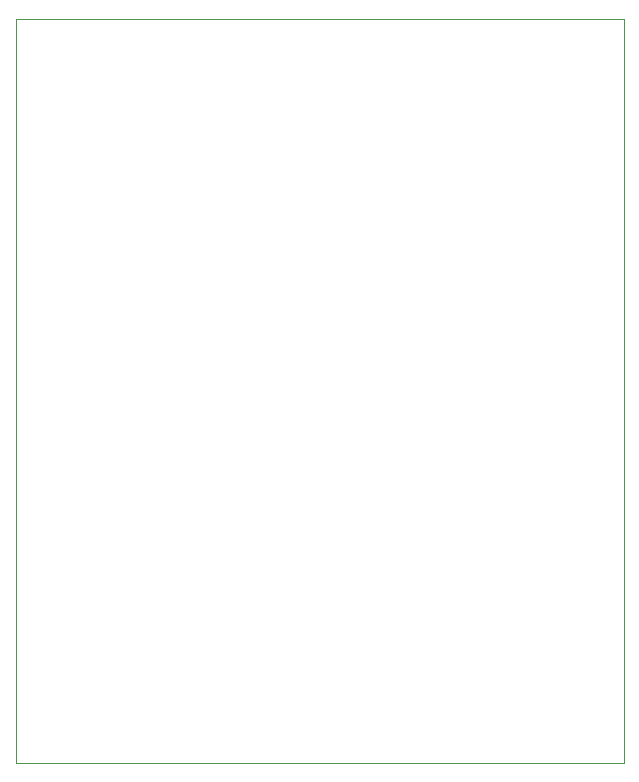
<source format=gbr>
G04 #@! TF.GenerationSoftware,KiCad,Pcbnew,(5.99.0-576-ga860ac506)*
G04 #@! TF.CreationDate,2021-04-05T16:40:01+02:00*
G04 #@! TF.ProjectId,8 Inch Floppy Power Supply,3820496e-6368-4204-966c-6f7070792050,rev?*
G04 #@! TF.SameCoordinates,Original*
G04 #@! TF.FileFunction,Profile,NP*
%FSLAX46Y46*%
G04 Gerber Fmt 4.6, Leading zero omitted, Abs format (unit mm)*
G04 Created by KiCad (PCBNEW (5.99.0-576-ga860ac506)) date 2021-04-05 16:40:01*
%MOMM*%
%LPD*%
G04 APERTURE LIST*
%ADD10C,0.050000*%
G04 APERTURE END LIST*
D10*
X71500000Y-83000000D02*
X71500000Y-20000000D01*
X20000000Y-83000000D02*
X71500000Y-83000000D01*
X20000000Y-20000000D02*
X20000000Y-83000000D01*
X20000000Y-20000000D02*
X71500000Y-20000000D01*
M02*

</source>
